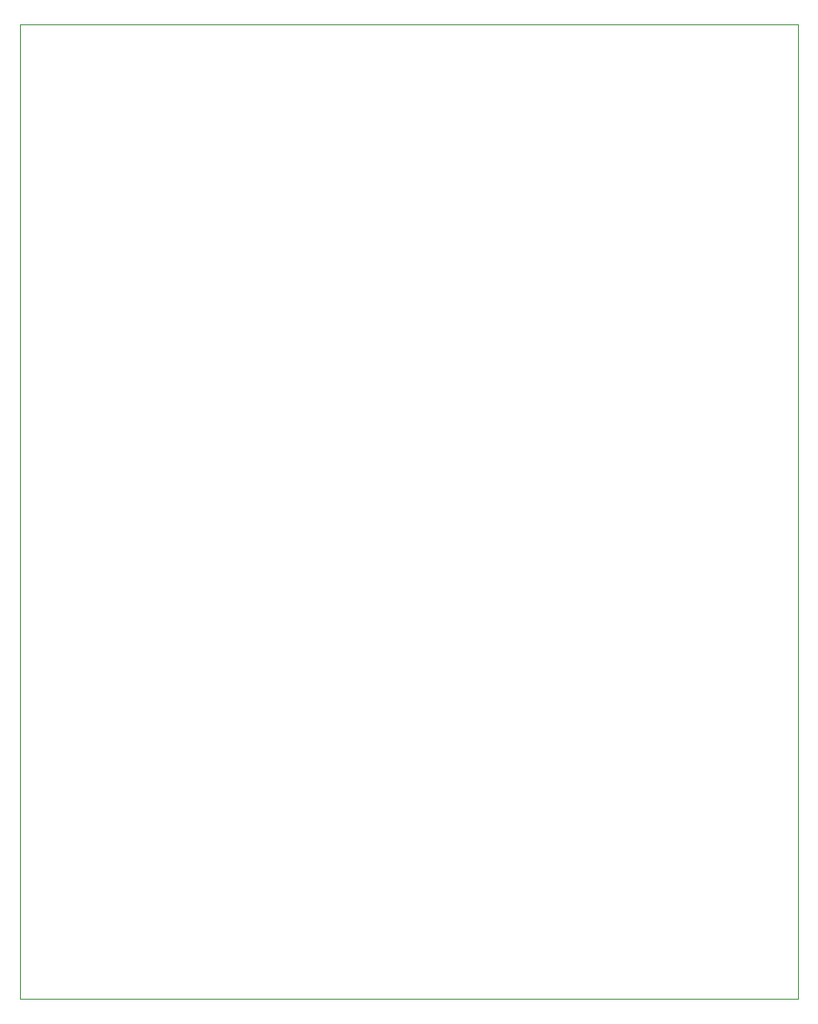
<source format=gbr>
%TF.GenerationSoftware,KiCad,Pcbnew,(7.0.0)*%
%TF.CreationDate,2023-03-18T14:12:53+09:00*%
%TF.ProjectId,hep-numpad,6865702d-6e75-46d7-9061-642e6b696361,rev?*%
%TF.SameCoordinates,Original*%
%TF.FileFunction,Profile,NP*%
%FSLAX46Y46*%
G04 Gerber Fmt 4.6, Leading zero omitted, Abs format (unit mm)*
G04 Created by KiCad (PCBNEW (7.0.0)) date 2023-03-18 14:12:53*
%MOMM*%
%LPD*%
G01*
G04 APERTURE LIST*
%TA.AperFunction,Profile*%
%ADD10C,0.100000*%
%TD*%
G04 APERTURE END LIST*
D10*
X79576500Y-46391000D02*
X155376500Y-46391000D01*
X155376500Y-46391000D02*
X155376500Y-141241000D01*
X155376500Y-141241000D02*
X79576500Y-141241000D01*
X79576500Y-141241000D02*
X79576500Y-46391000D01*
M02*

</source>
